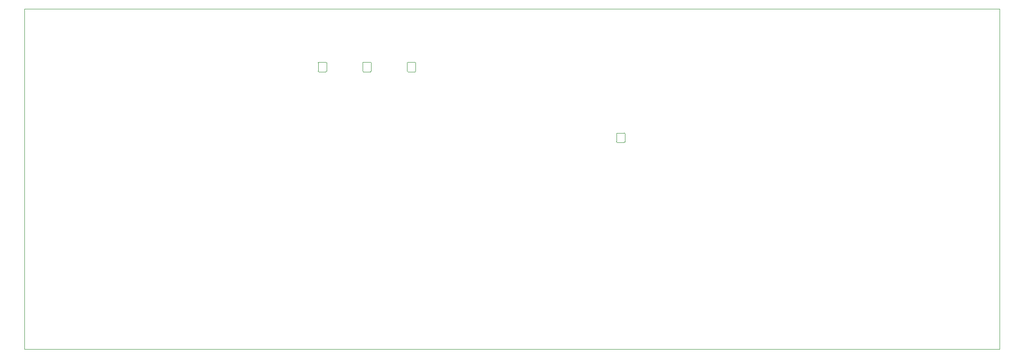
<source format=gbr>
%TF.GenerationSoftware,KiCad,Pcbnew,9.0.4*%
%TF.CreationDate,2025-12-23T11:57:38+01:00*%
%TF.ProjectId,licheerv_nano_base,6c696368-6565-4727-965f-6e616e6f5f62,rev?*%
%TF.SameCoordinates,Original*%
%TF.FileFunction,Profile,NP*%
%FSLAX46Y46*%
G04 Gerber Fmt 4.6, Leading zero omitted, Abs format (unit mm)*
G04 Created by KiCad (PCBNEW 9.0.4) date 2025-12-23 11:57:38*
%MOMM*%
%LPD*%
G01*
G04 APERTURE LIST*
%TA.AperFunction,Profile*%
%ADD10C,0.050000*%
%TD*%
G04 APERTURE END LIST*
D10*
X7000000Y-50000000D02*
X193000000Y-50000000D01*
X193000000Y-115000000D01*
X7000000Y-115000000D01*
X7000000Y-50000000D01*
%TO.C,D4*%
X120000000Y-75500000D02*
G75*
G02*
X119900000Y-75400000I0J100000D01*
G01*
X119900000Y-73800000D02*
G75*
G02*
X120000000Y-73700000I100000J0D01*
G01*
X121500000Y-75400000D02*
G75*
G02*
X121400000Y-75500000I-99999J-1D01*
G01*
X121400000Y-73700000D02*
G75*
G02*
X121500000Y-73800000I1J-99999D01*
G01*
X119900000Y-75400000D02*
X119900000Y-73800000D01*
X120000000Y-73700000D02*
X121400000Y-73700000D01*
X121400000Y-75500000D02*
X120000000Y-75500000D01*
X121500000Y-73800000D02*
X121500000Y-75400000D01*
%TO.C,D3*%
X71500000Y-61900000D02*
X71500000Y-60300000D01*
X71600000Y-60200000D02*
X73000000Y-60200000D01*
X73000000Y-62000000D02*
X71600000Y-62000000D01*
X73100000Y-60300000D02*
X73100000Y-61900000D01*
X71500000Y-60300000D02*
G75*
G02*
X71600000Y-60200000I99999J1D01*
G01*
X71600000Y-62000000D02*
G75*
G02*
X71500000Y-61900000I-1J99999D01*
G01*
X73000000Y-60200000D02*
G75*
G02*
X73100000Y-60300000I0J-100000D01*
G01*
X73100000Y-61900000D02*
G75*
G02*
X73000000Y-62000000I-100000J0D01*
G01*
%TO.C,D2*%
X80000000Y-61900000D02*
X80000000Y-60300000D01*
X80100000Y-60200000D02*
X81500000Y-60200000D01*
X81500000Y-62000000D02*
X80100000Y-62000000D01*
X81600000Y-60300000D02*
X81600000Y-61900000D01*
X80000000Y-60300000D02*
G75*
G02*
X80100000Y-60200000I99999J1D01*
G01*
X80100000Y-62000000D02*
G75*
G02*
X80000000Y-61900000I-1J99999D01*
G01*
X81500000Y-60200000D02*
G75*
G02*
X81600000Y-60300000I0J-100000D01*
G01*
X81600000Y-61900000D02*
G75*
G02*
X81500000Y-62000000I-100000J0D01*
G01*
%TO.C,D1*%
X63000000Y-61900000D02*
X63000000Y-60300000D01*
X63100000Y-60200000D02*
X64500000Y-60200000D01*
X64500000Y-62000000D02*
X63100000Y-62000000D01*
X64600000Y-60300000D02*
X64600000Y-61900000D01*
X63000000Y-60300000D02*
G75*
G02*
X63100000Y-60200000I99999J1D01*
G01*
X63100000Y-62000000D02*
G75*
G02*
X63000000Y-61900000I-1J99999D01*
G01*
X64500000Y-60200000D02*
G75*
G02*
X64600000Y-60300000I0J-100000D01*
G01*
X64600000Y-61900000D02*
G75*
G02*
X64500000Y-62000000I-100000J0D01*
G01*
%TD*%
M02*

</source>
